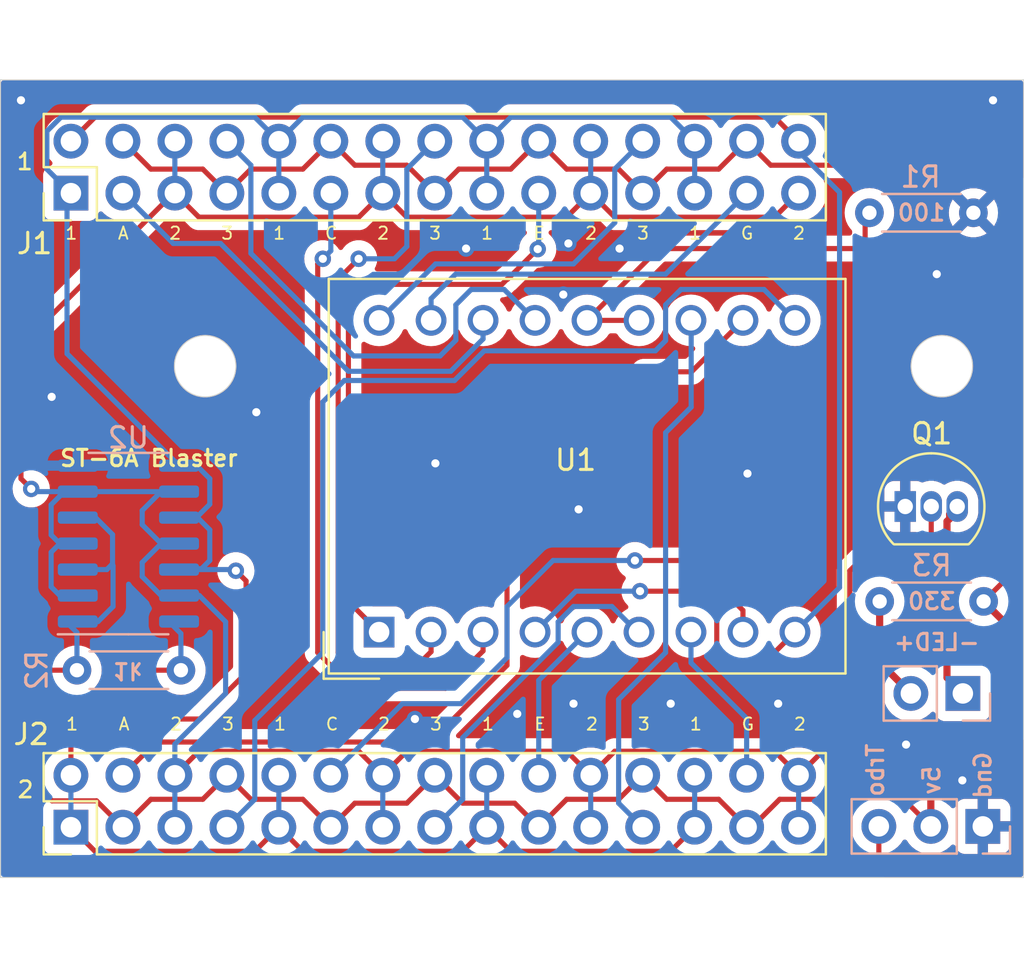
<source format=kicad_pcb>
(kicad_pcb (version 20240108) (generator "pcbnew") (generator_version "8.0")
  (layers (0 "F.Cu" signal) (31 "B.Cu" signal) (34 "B.Paste" user) (35 "F.Paste" user) (36 "B.SilkS" user "B.Silkscreen") (37 "F.SilkS" user "F.Silkscreen") (38 "B.Mask" user) (39 "F.Mask" user) (44 "Edge.Cuts" user))
  (net 0 "")
  (net 1 "1")
  (net 2 "DIG1_A")
  (net 3 "2")
  (net 4 "3")
  (net 5 "DIG1_C")
  (net 6 "DIG1_E")
  (net 7 "DIG1_G")
  (net 8 "DIG1_F")
  (net 9 "DIG1_D")
  (net 10 "DIG1_B")
  (net 11 "DIG2_B")
  (net 12 "DIG2_D")
  (net 13 "DIG2_F")
  (net 14 "DIG2_G")
  (net 15 "DIG2_E")
  (net 16 "DIG2_C")
  (net 17 "DIG2_A")
  (net 18 "DIG1_CC")
  (net 19 "DP")
  (net 20 "Turbo")
  (net 21 "GND")
  (net 22 "Net-(J4-Pin_2)")
  (net 23 "Net-(J4-Pin_1)")
  (footprint "Connector_PinHeader_2.54mm:PinHeader_2x15_P2.54mm_Vertical" (layer "F.Cu") (at 103.44 76.54 90)
    (property "Reference" "J2" (at 4.54 -1.94 0) (layer "F.SilkS"))
    (property "Value" "Conn_02x15 DigitRHS")
    (pad "1" thru_hole rect (at 0 0 90) (size 1.7 1.7) (drill 1) (layers "*.Cu" "*.Mask") (net 1 "1"))
    (pad "2" thru_hole oval (at 2.54 0 90) (size 1.7 1.7) (drill 1) (layers "*.Cu" "*.Mask") (net 1 "1"))
    (pad "3" thru_hole oval (at 0 2.54 90) (size 1.7 1.7) (drill 1) (layers "*.Cu" "*.Mask") (net 4 "3"))
    (pad "4" thru_hole oval (at 2.54 2.54 90) (size 1.7 1.7) (drill 1) (layers "*.Cu" "*.Mask") (net 17 "DIG2_A"))
    (pad "5" thru_hole oval (at 0 5.08 90) (size 1.7 1.7) (drill 1) (layers "*.Cu" "*.Mask") (net 3 "2"))
    (pad "6" thru_hole oval (at 2.54 5.08 90) (size 1.7 1.7) (drill 1) (layers "*.Cu" "*.Mask") (net 3 "2"))
    (pad "7" thru_hole oval (at 0 7.62 90) (size 1.7 1.7) (drill 1) (layers "*.Cu" "*.Mask") (net 11 "DIG2_B"))
    (pad "8" thru_hole oval (at 2.54 7.62 90) (size 1.7 1.7) (drill 1) (layers "*.Cu" "*.Mask") (net 4 "3"))
    (pad "9" thru_hole oval (at 0 10.16 90) (size 1.7 1.7) (drill 1) (layers "*.Cu" "*.Mask") (net 1 "1"))
    (pad "10" thru_hole oval (at 2.54 10.16 90) (size 1.7 1.7) (drill 1) (layers "*.Cu" "*.Mask") (net 1 "1"))
    (pad "11" thru_hole oval (at 0 12.7 90) (size 1.7 1.7) (drill 1) (layers "*.Cu" "*.Mask") (net 4 "3"))
    (pad "12" thru_hole oval (at 2.54 12.7 90) (size 1.7 1.7) (drill 1) (layers "*.Cu" "*.Mask") (net 16 "DIG2_C"))
    (pad "13" thru_hole oval (at 0 15.24 90) (size 1.7 1.7) (drill 1) (layers "*.Cu" "*.Mask") (net 3 "2"))
    (pad "14" thru_hole oval (at 2.54 15.24 90) (size 1.7 1.7) (drill 1) (layers "*.Cu" "*.Mask") (net 3 "2"))
    (pad "15" thru_hole oval (at 0 17.78 90) (size 1.7 1.7) (drill 1) (layers "*.Cu" "*.Mask") (net 12 "DIG2_D"))
    (pad "16" thru_hole oval (at 2.54 17.78 90) (size 1.7 1.7) (drill 1) (layers "*.Cu" "*.Mask") (net 4 "3"))
    (pad "17" thru_hole oval (at 0 20.32 90) (size 1.7 1.7) (drill 1) (layers "*.Cu" "*.Mask") (net 1 "1"))
    (pad "18" thru_hole oval (at 2.54 20.32 90) (size 1.7 1.7) (drill 1) (layers "*.Cu" "*.Mask") (net 1 "1"))
    (pad "19" thru_hole oval (at 0 22.86 90) (size 1.7 1.7) (drill 1) (layers "*.Cu" "*.Mask") (net 4 "3"))
    (pad "20" thru_hole oval (at 2.54 22.86 90) (size 1.7 1.7) (drill 1) (layers "*.Cu" "*.Mask") (net 15 "DIG2_E"))
    (pad "21" thru_hole oval (at 0 25.4 90) (size 1.7 1.7) (drill 1) (layers "*.Cu" "*.Mask") (net 3 "2"))
    (pad "22" thru_hole oval (at 2.54 25.4 90) (size 1.7 1.7) (drill 1) (layers "*.Cu" "*.Mask") (net 3 "2"))
    (pad "23" thru_hole oval (at 0 27.94 90) (size 1.7 1.7) (drill 1) (layers "*.Cu" "*.Mask") (net 13 "DIG2_F"))
    (pad "24" thru_hole oval (at 2.54 27.94 90) (size 1.7 1.7) (drill 1) (layers "*.Cu" "*.Mask") (net 4 "3"))
    (pad "25" thru_hole oval (at 0 30.48 90) (size 1.7 1.7) (drill 1) (layers "*.Cu" "*.Mask") (net 1 "1"))
    (pad "26" thru_hole oval (at 2.54 30.48 90) (size 1.7 1.7) (drill 1) (layers "*.Cu" "*.Mask") (net 1 "1"))
    (pad "27" thru_hole oval (at 0 33.02 90) (size 1.7 1.7) (drill 1) (layers "*.Cu" "*.Mask") (net 4 "3"))
    (pad "28" thru_hole oval (at 2.54 33.02 90) (size 1.7 1.7) (drill 1) (layers "*.Cu" "*.Mask") (net 14 "DIG2_G"))
    (pad "29" thru_hole oval (at 0 35.56 90) (size 1.7 1.7) (drill 1) (layers "*.Cu" "*.Mask") (net 3 "2"))
    (pad "30" thru_hole oval (at 2.54 35.56 90) (size 1.7 1.7) (drill 1) (layers "*.Cu" "*.Mask") (net 3 "2"))
  )
  (footprint "Connector_PinHeader_2.54mm:PinHeader_2x15_P2.54mm_Vertical" (layer "F.Cu") (at 103.44 45.54 90)
    (property "Reference" "J1" (at -2.46 -1.775868 180) (layer "F.SilkS"))
    (property "Value" "Conn_02x15 DigitLHS")
    (pad "1" thru_hole rect (at 0 0 90) (size 1.7 1.7) (drill 1) (layers "*.Cu" "*.Mask") (net 1 "1"))
    (pad "2" thru_hole oval (at 2.54 0 90) (size 1.7 1.7) (drill 1) (layers "*.Cu" "*.Mask") (net 19 "DP"))
    (pad "3" thru_hole oval (at 0 2.54 90) (size 1.7 1.7) (drill 1) (layers "*.Cu" "*.Mask") (net 2 "DIG1_A"))
    (pad "4" thru_hole oval (at 2.54 2.54 90) (size 1.7 1.7) (drill 1) (layers "*.Cu" "*.Mask") (net 4 "3"))
    (pad "5" thru_hole oval (at 0 5.08 90) (size 1.7 1.7) (drill 1) (layers "*.Cu" "*.Mask") (net 3 "2"))
    (pad "6" thru_hole oval (at 2.54 5.08 90) (size 1.7 1.7) (drill 1) (layers "*.Cu" "*.Mask") (net 3 "2"))
    (pad "7" thru_hole oval (at 0 7.62 90) (size 1.7 1.7) (drill 1) (layers "*.Cu" "*.Mask") (net 4 "3"))
    (pad "8" thru_hole oval (at 2.54 7.62 90) (size 1.7 1.7) (drill 1) (layers "*.Cu" "*.Mask") (net 10 "DIG1_B"))
    (pad "9" thru_hole oval (at 0 10.16 90) (size 1.7 1.7) (drill 1) (layers "*.Cu" "*.Mask") (net 1 "1"))
    (pad "10" thru_hole oval (at 2.54 10.16 90) (size 1.7 1.7) (drill 1) (layers "*.Cu" "*.Mask") (net 1 "1"))
    (pad "11" thru_hole oval (at 0 12.7 90) (size 1.7 1.7) (drill 1) (layers "*.Cu" "*.Mask") (net 5 "DIG1_C"))
    (pad "12" thru_hole oval (at 2.54 12.7 90) (size 1.7 1.7) (drill 1) (layers "*.Cu" "*.Mask") (net 4 "3"))
    (pad "13" thru_hole oval (at 0 15.24 90) (size 1.7 1.7) (drill 1) (layers "*.Cu" "*.Mask") (net 3 "2"))
    (pad "14" thru_hole oval (at 2.54 15.24 90) (size 1.7 1.7) (drill 1) (layers "*.Cu" "*.Mask") (net 3 "2"))
    (pad "15" thru_hole oval (at 0 17.78 90) (size 1.7 1.7) (drill 1) (layers "*.Cu" "*.Mask") (net 4 "3"))
    (pad "16" thru_hole oval (at 2.54 17.78 90) (size 1.7 1.7) (drill 1) (layers "*.Cu" "*.Mask") (net 9 "DIG1_D"))
    (pad "17" thru_hole oval (at 0 20.32 90) (size 1.7 1.7) (drill 1) (layers "*.Cu" "*.Mask") (net 1 "1"))
    (pad "18" thru_hole oval (at 2.54 20.32 90) (size 1.7 1.7) (drill 1) (layers "*.Cu" "*.Mask") (net 1 "1"))
    (pad "19" thru_hole oval (at 0 22.86 90) (size 1.7 1.7) (drill 1) (layers "*.Cu" "*.Mask") (net 6 "DIG1_E"))
    (pad "20" thru_hole oval (at 2.54 22.86 90) (size 1.7 1.7) (drill 1) (layers "*.Cu" "*.Mask") (net 4 "3"))
    (pad "21" thru_hole oval (at 0 25.4 90) (size 1.7 1.7) (drill 1) (layers "*.Cu" "*.Mask") (net 3 "2"))
    (pad "22" thru_hole oval (at 2.54 25.4 90) (size 1.7 1.7) (drill 1) (layers "*.Cu" "*.Mask") (net 3 "2"))
    (pad "23" thru_hole oval (at 0 27.94 90) (size 1.7 1.7) (drill 1) (layers "*.Cu" "*.Mask") (net 4 "3"))
    (pad "24" thru_hole oval (at 2.54 27.94 90) (size 1.7 1.7) (drill 1) (layers "*.Cu" "*.Mask") (net 8 "DIG1_F"))
    (pad "25" thru_hole oval (at 0 30.48 90) (size 1.7 1.7) (drill 1) (layers "*.Cu" "*.Mask") (net 1 "1"))
    (pad "26" thru_hole oval (at 2.54 30.48 90) (size 1.7 1.7) (drill 1) (layers "*.Cu" "*.Mask") (net 1 "1"))
    (pad "27" thru_hole oval (at 0 33.02 90) (size 1.7 1.7) (drill 1) (layers "*.Cu" "*.Mask") (net 7 "DIG1_G"))
    (pad "28" thru_hole oval (at 2.54 33.02 90) (size 1.7 1.7) (drill 1) (layers "*.Cu" "*.Mask") (net 4 "3"))
    (pad "29" thru_hole oval (at 0 35.56 90) (size 1.7 1.7) (drill 1) (layers "*.Cu" "*.Mask") (net 3 "2"))
    (pad "30" thru_hole oval (at 2.54 35.56 90) (size 1.7 1.7) (drill 1) (layers "*.Cu" "*.Mask") (net 19 "DP"))
  )
  (footprint "Display_7Segment:DA56-11CGKWA" (layer "F.Cu") (at 118.5 67 90)
    (property "Reference" "U1" (at 8.4074 9.6012 0) (layer "F.SilkS"))
    (property "Value" "DC56-11GWA")
    (pad "1" thru_hole rect (at 0 0 90) (size 1.5 1.5) (drill 1) (layers "*.Cu" "*.Mask") (net 6 "DIG1_E"))
    (pad "2" thru_hole circle (at 0 2.54 90) (size 1.5 1.5) (drill 1) (layers "*.Cu" "*.Mask") (net 9 "DIG1_D"))
    (pad "3" thru_hole circle (at 0 5.08 90) (size 1.5 1.5) (drill 1) (layers "*.Cu" "*.Mask") (net 5 "DIG1_C"))
    (pad "4" thru_hole circle (at 0 7.62 90) (size 1.5 1.5) (drill 1) (layers "*.Cu" "*.Mask") (net 19 "DP"))
    (pad "5" thru_hole circle (at 0 10.16 90) (size 1.5 1.5) (drill 1) (layers "*.Cu" "*.Mask") (net 15 "DIG2_E"))
    (pad "6" thru_hole circle (at 0 12.7 90) (size 1.5 1.5) (drill 1) (layers "*.Cu" "*.Mask") (net 12 "DIG2_D"))
    (pad "7" thru_hole circle (at 0 15.24 90) (size 1.5 1.5) (drill 1) (layers "*.Cu" "*.Mask") (net 14 "DIG2_G"))
    (pad "8" thru_hole circle (at 0 17.78 90) (size 1.5 1.5) (drill 1) (layers "*.Cu" "*.Mask") (net 16 "DIG2_C"))
    (pad "9" thru_hole circle (at 0 20.32 90) (size 1.5 1.5) (drill 1) (layers "*.Cu" "*.Mask") (net 19 "DP"))
    (pad "10" thru_hole circle (at 15.24 20.32 90) (size 1.5 1.5) (drill 1) (layers "*.Cu" "*.Mask") (net 11 "DIG2_B"))
    (pad "11" thru_hole circle (at 15.24 17.78 90) (size 1.5 1.5) (drill 1) (layers "*.Cu" "*.Mask") (net 17 "DIG2_A"))
    (pad "12" thru_hole circle (at 15.24 15.24 90) (size 1.5 1.5) (drill 1) (layers "*.Cu" "*.Mask") (net 13 "DIG2_F"))
    (pad "13" thru_hole circle (at 15.24 12.7 90) (size 1.5 1.5) (drill 1) (layers "*.Cu" "*.Mask") (net 18 "DIG1_CC"))
    (pad "14" thru_hole circle (at 15.24 10.16 90) (size 1.5 1.5) (drill 1) (layers "*.Cu" "*.Mask") (net 18 "DIG1_CC"))
    (pad "15" thru_hole circle (at 15.24 7.62 90) (size 1.5 1.5) (drill 1) (layers "*.Cu" "*.Mask") (net 10 "DIG1_B"))
    (pad "16" thru_hole circle (at 15.24 5.08 90) (size 1.5 1.5) (drill 1) (layers "*.Cu" "*.Mask") (net 2 "DIG1_A"))
    (pad "17" thru_hole circle (at 15.24 2.54 90) (size 1.5 1.5) (drill 1) (layers "*.Cu" "*.Mask") (net 7 "DIG1_G"))
    (pad "18" thru_hole circle (at 15.24 0 90) (size 1.5 1.5) (drill 1) (layers "*.Cu" "*.Mask") (net 8 "DIG1_F"))
  )
  (footprint "Package_TO_SOT_THT:TO-92_Inline" (layer "F.Cu") (at 144.21 60.86)
    (property "Reference" "Q1" (at 1.29 -3.56 0) (layer "F.SilkS"))
    (property "Value" "2N7000")
    (pad "1" thru_hole rect (at 0 0) (size 1.05 1.5) (drill 0.75) (layers "*.Cu" "*.Mask") (net 21 "GND"))
    (pad "2" thru_hole oval (at 1.27 0) (size 1.05 1.5) (drill 0.75) (layers "*.Cu" "*.Mask") (net 3 "2"))
    (pad "3" thru_hole oval (at 2.54 0) (size 1.05 1.5) (drill 0.75) (layers "*.Cu" "*.Mask") (net 23 "Net-(J4-Pin_1)"))
  )
  (footprint "Resistor_THT:R_Axial_DIN0204_L3.6mm_D1.6mm_P5.08mm_Horizontal" (layer "B.Cu") (at 147.54 46.5 180)
    (property "Reference" "R1" (at 2.58 1.75 0) (layer "B.SilkS") (effects (justify mirror)))
    (property "Value" "100")
    (pad "1" thru_hole circle (at 0 0 180) (size 1.4 1.4) (drill 0.7) (layers "*.Cu" "*.Mask") (net 21 "GND"))
    (pad "2" thru_hole oval (at 5.08 0 180) (size 1.4 1.4) (drill 0.7) (layers "*.Cu" "*.Mask") (net 18 "DIG1_CC"))
  )
  (footprint "Connector_PinHeader_2.54mm:PinHeader_1x03_P2.54mm_Vertical" (layer "B.Cu") (at 148 76.5 90)
    (property "Reference" "J3" (hide yes))
    (property "Value" "Conn_01x03_Pin")
    (pad "1" thru_hole rect (at 0 0 90) (size 1.7 1.7) (drill 1) (layers "*.Cu" "*.Mask") (net 21 "GND"))
    (pad "2" thru_hole oval (at 0 -2.54 90) (size 1.7 1.7) (drill 1) (layers "*.Cu" "*.Mask") (net 4 "3"))
    (pad "3" thru_hole oval (at 0 -5.08 90) (size 1.7 1.7) (drill 1) (layers "*.Cu" "*.Mask") (net 20 "Turbo"))
  )
  (footprint "Resistor_THT:R_Axial_DIN0204_L3.6mm_D1.6mm_P5.08mm_Horizontal" (layer "B.Cu") (at 108.815 68.863249 180)
    (property "Reference" "R2" (at 7.04 0 90) (layer "B.SilkS") (effects (justify mirror)))
    (property "Value" "1K")
    (pad "1" thru_hole circle (at 0 0 180) (size 1.4 1.4) (drill 0.7) (layers "*.Cu" "*.Mask") (net 4 "3"))
    (pad "2" thru_hole oval (at 5.08 0 180) (size 1.4 1.4) (drill 0.7) (layers "*.Cu" "*.Mask") (net 20 "Turbo"))
  )
  (footprint "Connector_PinHeader_2.54mm:PinHeader_1x02_P2.54mm_Vertical" (layer "B.Cu") (at 147.025 70 90)
    (property "Reference" "J4" (hide yes))
    (property "Value" "Conn_01x02_Pin")
    (pad "1" thru_hole rect (at 0 0 90) (size 1.7 1.7) (drill 1) (layers "*.Cu" "*.Mask") (net 23 "Net-(J4-Pin_1)"))
    (pad "2" thru_hole oval (at 0 -2.54 90) (size 1.7 1.7) (drill 1) (layers "*.Cu" "*.Mask") (net 22 "Net-(J4-Pin_2)"))
  )
  (footprint "Resistor_THT:R_Axial_DIN0204_L3.6mm_D1.6mm_P5.08mm_Horizontal" (layer "B.Cu") (at 142.96 65.5)
    (property "Reference" "R3" (at 2.54 -1.75 360) (layer "B.SilkS") (effects (justify mirror)))
    (property "Value" "330")
    (pad "1" thru_hole circle (at 0 0) (size 1.4 1.4) (drill 0.7) (layers "*.Cu" "*.Mask") (net 22 "Net-(J4-Pin_2)"))
    (pad "2" thru_hole oval (at 5.08 0) (size 1.4 1.4) (drill 0.7) (layers "*.Cu" "*.Mask") (net 4 "3"))
  )
  (footprint "Package_SO:SOIC-14_3.9x8.7mm_P1.27mm" (layer "B.Cu") (at 106.25 62.673249)
    (property "Reference" "U2" (at 0 -5.173249 0) (layer "B.SilkS") (effects (justify mirror)))
    (property "Value" "74HC04")
    (pad "1" smd roundrect (at -2.475 3.81) (size 1.95 0.6) (layers "B.Cu" "B.Paste" "B.Mask") (net 20 "Turbo"))
    (pad "2" smd roundrect (at -2.475 2.54) (size 1.95 0.6) (layers "B.Cu" "B.Paste" "B.Mask") (net 3 "2"))
    (pad "3" smd roundrect (at -2.475 1.27) (size 1.95 0.6) (layers "B.Cu" "B.Paste" "B.Mask") (net 20 "Turbo"))
    (pad "4" smd roundrect (at -2.475 0) (size 1.95 0.6) (layers "B.Cu" "B.Paste" "B.Mask") (net 3 "2"))
    (pad "5" smd roundrect (at -2.475 -1.27) (size 1.95 0.6) (layers "B.Cu" "B.Paste" "B.Mask") (net 20 "Turbo"))
    (pad "6" smd roundrect (at -2.475 -2.54) (size 1.95 0.6) (layers "B.Cu" "B.Paste" "B.Mask") (net 3 "2"))
    (pad "7" smd roundrect (at -2.475 -3.81) (size 1.95 0.6) (layers "B.Cu" "B.Paste" "B.Mask") (net 21 "GND"))
    (pad "8" smd roundrect (at 2.475 -3.81) (size 1.95 0.6) (layers "B.Cu" "B.Paste" "B.Mask") (net 1 "1"))
    (pad "9" smd roundrect (at 2.475 -2.54) (size 1.95 0.6) (layers "B.Cu" "B.Paste" "B.Mask") (net 3 "2"))
    (pad "10" smd roundrect (at 2.475 -1.27) (size 1.95 0.6) (layers "B.Cu" "B.Paste" "B.Mask") (net 1 "1"))
    (pad "11" smd roundrect (at 2.475 0) (size 1.95 0.6) (layers "B.Cu" "B.Paste" "B.Mask") (net 3 "2"))
    (pad "12" smd roundrect (at 2.475 1.27) (size 1.95 0.6) (layers "B.Cu" "B.Paste" "B.Mask") (net 1 "1"))
    (pad "13" smd roundrect (at 2.475 2.54) (size 1.95 0.6) (layers "B.Cu" "B.Paste" "B.Mask") (net 3 "2"))
    (pad "14" smd roundrect (at 2.475 3.81) (size 1.95 0.6) (layers "B.Cu" "B.Paste" "B.Mask") (net 4 "3"))
  )
  (gr_line (start 100 40) (end 100 79) (stroke (width 0.05)) (layer "Edge.Cuts"))
  (gr_circle (center 146 54) (end 147.5 54) (stroke (width 0.05)) (fill none) (layer "Edge.Cuts"))
  (gr_line (start 150 40) (end 100 40) (stroke (width 0.05)) (layer "Edge.Cuts"))
  (gr_line (start 100 79) (end 150 79) (stroke (width 0.05)) (layer "Edge.Cuts"))
  (gr_circle (center 110 54) (end 111.5 54) (stroke (width 0.05)) (fill none) (layer "Edge.Cuts"))
  (gr_line (start 150 79) (end 150 40) (stroke (width 0.05)) (layer "Edge.Cuts"))
  (gr_text "100" (at 145 46.5 0) (layer "B.SilkS") (effects (font (size 0.8 0.8)) (justify mirror)))
  (gr_text "1k" (at 106.225 68.903249 180) (layer "B.SilkS") (effects (font (size 0.8 0.8)) (justify mirror)))
  (gr_text "330" (at 145.5 65.5 0) (layer "B.SilkS") (effects (font (size 0.8 0.8)) (justify mirror)))
  (gr_text "5v" (at 145.5 74.25 90) (layer "B.SilkS") (effects (font (size 0.8 0.8)) (justify mirror)))
  (gr_text "Gnd" (at 148 74 90) (layer "B.SilkS") (effects (font (size 0.8 0.8)) (justify mirror)))
  (gr_text "Trbo" (at 142.75 73.75 90) (layer "B.SilkS") (effects (font (size 0.8 0.8)) (justify mirror)))
  (gr_text "-LED+" (at 145.75 67.5 0) (layer "B.SilkS") (effects (font (size 0.8 0.8)) (justify mirror)))
  (gr_text "2" (at 108.54 47.5 0) (layer "F.SilkS") (effects (font (size 0.6 0.6) (thickness 0.09))))
  (gr_text "3" (at 111.08 47.5 0) (layer "F.SilkS") (effects (font (size 0.6 0.6) (thickness 0.09))))
  (gr_text "1" (at 113.62 47.5 0) (layer "F.SilkS") (effects (font (size 0.6 0.6) (thickness 0.09))))
  (gr_text "1" (at 103.46 47.5 0) (layer "F.SilkS") (effects (font (size 0.6 0.6) (thickness 0.09))))
  (gr_text "3" (at 121.28 71.5 0) (layer "F.SilkS") (effects (font (size 0.6 0.6) (thickness 0.09))))
  (gr_text "2" (at 108.58 71.5 0) (layer "F.SilkS") (effects (font (size 0.6 0.6) (thickness 0.09))))
  (gr_text "2" (at 118.74 71.5 0) (layer "F.SilkS") (effects (font (size 0.6 0.6) (thickness 0.09))))
  (gr_text "1" (at 113.66 71.5 0) (layer "F.SilkS") (effects (font (size 0.6 0.6) (thickness 0.09))))
  (gr_text "C" (at 116.2 71.5 0) (layer "F.SilkS") (effects (font (size 0.6 0.6) (thickness 0.09))))
  (gr_text "1" (at 103.5 71.5 0) (layer "F.SilkS") (effects (font (size 0.6 0.6) (thickness 0.09))))
  (gr_text "2" (at 128.9 71.5 0) (layer "F.SilkS") (effects (font (size 0.6 0.6) (thickness 0.09))))
  (gr_text "3" (at 131.44 71.5 0) (layer "F.SilkS") (effects (font (size 0.6 0.6) (thickness 0.09))))
  (gr_text "G" (at 136.52 71.5 0) (layer "F.SilkS") (effects (font (size 0.6 0.6) (thickness 0.09))))
  (gr_text "2" (at 139.06 71.5 0) (layer "F.SilkS") (effects (font (size 0.6 0.6) (thickness 0.09))))
  (gr_text "A" (at 106.04 71.5 0) (layer "F.SilkS") (effects (font (size 0.6 0.6) (thickness 0.09))))
  (gr_text "1" (at 133.98 71.5 0) (layer "F.SilkS") (effects (font (size 0.6 0.6) (thickness 0.09))))
  (gr_text "1" (at 123.82 71.5 0) (layer "F.SilkS") (effects (font (size 0.6 0.6) (thickness 0.09))))
  (gr_text "E" (at 126.36 71.5 0) (layer "F.SilkS") (effects (font (size 0.6 0.6) (thickness 0.09))))
  (gr_text "3" (at 111.12 71.5 0) (layer "F.SilkS") (effects (font (size 0.6 0.6) (thickness 0.09))))
  (gr_text "\n2" (at 101.223417 74.057754 0) (layer "F.SilkS") (effects (font (size 0.8 0.8) (thickness 0.13))))
  (gr_text "C" (at 116.16 47.5 0) (layer "F.SilkS") (effects (font (size 0.6 0.6) (thickness 0.09))))
  (gr_text "2" (at 139.02 47.5 0) (layer "F.SilkS") (effects (font (size 0.6 0.6) (thickness 0.09))))
  (gr_text "1" (at 123.78 47.5 0) (layer "F.SilkS") (effects (font (size 0.6 0.6) (thickness 0.09))))
  (gr_text "E" (at 126.32 47.5 0) (layer "F.SilkS") (effects (font (size 0.6 0.6) (thickness 0.09))))
  (gr_text "2" (at 128.86 47.5 0) (layer "F.SilkS") (effects (font (size 0.6 0.6) (thickness 0.09))))
  (gr_text "1" (at 101.1883 44 0) (layer "F.SilkS") (effects (font (size 0.8 0.8) (thickness 0.13))))
  (gr_text "2" (at 118.7 47.5 0) (layer "F.SilkS") (effects (font (size 0.6 0.6) (thickness 0.09))))
  (gr_text "1" (at 133.94 47.5 0) (layer "F.SilkS") (effects (font (size 0.6 0.6) (thickness 0.09))))
  (gr_text "A" (at 106 47.5 0) (layer "F.SilkS") (effects (font (size 0.6 0.6) (thickness 0.09))))
  (gr_text "3" (at 121.24 47.5 0) (layer "F.SilkS") (effects (font (size 0.6 0.6) (thickness 0.09))))
  (gr_text "G" (at 136.48 47.5 0) (layer "F.SilkS") (effects (font (size 0.6 0.6) (thickness 0.09))))
  (gr_text "3" (at 131.4 47.5 0) (layer "F.SilkS") (effects (font (size 0.6 0.6) (thickness 0.09))))
  (gr_text "ST-6A Blaster" (at 107.25 58.5 0) (layer "F.SilkS") (effects (font (size 0.8 0.8))))
  (segment (start 104 71.25) (end 103.44 71.81) (width 0.25) (layer "F.Cu") (net 1))
  (segment (start 112 69) (end 109.75 71.25) (width 0.25) (layer "F.Cu") (net 1))
  (segment (start 112 64.5) (end 112 69) (width 0.25) (layer "F.Cu") (net 1))
  (segment (start 113.6 76.54) (end 114.775 77.715) (width 0.25) (layer "F.Cu") (net 1))
  (segment (start 103.44 71.81) (end 103.44 74) (width 0.25) (layer "F.Cu") (net 1))
  (segment (start 109.75 71.25) (end 104 71.25) (width 0.25) (layer "F.Cu") (net 1))
  (segment (start 111.5 64) (end 112 64.5) (width 0.25) (layer "F.Cu") (net 1))
  (segment (start 103.44 76.54) (end 104.615 77.715) (width 0.25) (layer "F.Cu") (net 1))
  (segment (start 123.76 76.54) (end 124.935 77.715) (width 0.25) (layer "F.Cu") (net 1))
  (segment (start 104.615 77.715) (end 112.425 77.715) (width 0.25) (layer "F.Cu") (net 1))
  (segment (start 122.585 77.715) (end 123.76 76.54) (width 0.25) (layer "F.Cu") (net 1))
  (segment (start 114.775 77.715) (end 122.585 77.715) (width 0.25) (layer "F.Cu") (net 1))
  (segment (start 124.935 77.715) (end 132.745 77.715) (width 0.25) (layer "F.Cu") (net 1))
  (segment (start 132.745 77.715) (end 133.92 76.54) (width 0.25) (layer "F.Cu") (net 1))
  (segment (start 112.425 77.715) (end 113.6 76.54) (width 0.25) (layer "F.Cu") (net 1))
  (via (at 111.5 64) (size 0.8) (drill 0.4) (layers "F.Cu" "B.Cu") (net 1))
  (segment (start 111.443249 63.943249) (end 109.101751 63.943249) (width 0.25) (layer "B.Cu") (net 1))
  (segment (start 110.225 63.5) (end 110.225 62) (width 0.25) (layer "B.Cu") (net 1))
  (segment (start 110.225 60.75) (end 110.225 59.5) (width 0.25) (layer "B.Cu") (net 1))
  (segment (start 102.953299 41.825) (end 102.265 42.513299) (width 0.25) (layer "B.Cu") (net 1))
  (segment (start 110.225 62) (end 109.628249 61.403249) (width 0.25) (layer "B.Cu") (net 1))
  (segment (start 103.25 45.73) (end 103.25 53.388249) (width 0.25) (layer "B.Cu") (net 1))
  (segment (start 122.585 41.825) (end 114.775 41.825) (width 0.25) (layer "B.Cu") (net 1))
  (segment (start 111.5 64) (end 111.443249 63.943249) (width 0.25) (layer "B.Cu") (net 1))
  (segment (start 103.44 76.54) (end 103.44 74) (width 0.25) (layer "B.Cu") (net 1))
  (segment (start 133.92 76.54) (end 133.92 74) (width 0.25) (layer "B.Cu") (net 1))
  (segment (start 124.935 41.825) (end 123.76 43) (width 0.25) (layer "B.Cu") (net 1))
  (segment (start 108.815 61.403249) (end 108.225 61.403249) (width 0.25) (layer "B.Cu") (net 1))
  (segment (start 133.92 43) (end 133.92 45.54) (width 0.25) (layer "B.Cu") (net 1))
  (segment (start 109.571751 61.403249) (end 110.225 60.75) (width 0.25) (layer "B.Cu") (net 1))
  (segment (start 113.6 43) (end 112.425 41.825) (width 0.25) (layer "B.Cu") (net 1))
  (segment (start 108.725 61.403249) (end 109.571751 61.403249) (width 0.25) (layer "B.Cu") (net 1))
  (segment (start 112.425 41.825) (end 102.953299 41.825) (width 0.25) (layer "B.Cu") (net 1))
  (segment (start 113.6 76.54) (end 113.6 74) (width 0.25) (layer "B.Cu") (net 1))
  (segment (start 108.975 63.903249) (end 109.821751 63.903249) (width 0.25) (layer "B.Cu") (net 1))
  (segment (start 109.821751 63.903249) (end 110.225 63.5) (width 0.25) (layer "B.Cu") (net 1))
  (segment (start 113.6 43) (end 113.6 45.54) (width 0.25) (layer "B.Cu") (net 1))
  (segment (start 114.775 41.825) (end 113.6 43) (width 0.25) (layer "B.Cu") (net 1))
  (segment (start 123.76 76.54) (end 123.76 74) (width 0.25) (layer "B.Cu") (net 1))
  (segment (start 109.628249 61.403249) (end 108.725 61.403249) (width 0.25) (layer "B.Cu") (net 1))
  (segment (start 102.265 44.365) (end 103.44 45.54) (width 0.25) (layer "B.Cu") (net 1))
  (segment (start 103.44 45.54) (end 103.25 45.73) (width 0.25) (layer "B.Cu") (net 1))
  (segment (start 102.265 42.513299) (end 102.265 44.365) (width 0.25) (layer "B.Cu") (net 1))
  (segment (start 110.225 59.5) (end 109.588249 58.863249) (width 0.25) (layer "B.Cu") (net 1))
  (segment (start 132.745 41.825) (end 124.935 41.825) (width 0.25) (layer "B.Cu") (net 1))
  (segment (start 123.76 43) (end 123.76 45.54) (width 0.25) (layer "B.Cu") (net 1))
  (segment (start 123.76 43) (end 122.585 41.825) (width 0.25) (layer "B.Cu") (net 1))
  (segment (start 108.225 61.403249) (end 108.601751 61.403249) (width 0.25) (layer "B.Cu") (net 1))
  (segment (start 103.25 53.388249) (end 108.725 58.863249) (width 0.25) (layer "B.Cu") (net 1))
  (segment (start 109.588249 58.863249) (end 108.725 58.863249) (width 0.25) (layer "B.Cu") (net 1))
  (segment (start 133.92 43) (end 132.745 41.825) (width 0.25) (layer "B.Cu") (net 1))
  (segment (start 110.75 48) (end 117 54.25) (width 0.25) (layer "B.Cu") (net 2))
  (segment (start 122 54.25) (end 123.58 52.67) (width 0.25) (layer "B.Cu") (net 2))
  (segment (start 117 54.25) (end 122 54.25) (width 0.25) (layer "B.Cu") (net 2))
  (segment (start 123.58 52.67) (end 123.58 51.76) (width 0.25) (layer "B.Cu") (net 2))
  (segment (start 108.44 48) (end 110.75 48) (width 0.25) (layer "B.Cu") (net 2))
  (segment (start 105.98 45.54) (end 108.44 48) (width 0.25) (layer "B.Cu") (net 2))
  (segment (start 117.505 46.715) (end 109.695 46.715) (width 0.25) (layer "F.Cu") (net 3))
  (segment (start 130.015 46.715) (end 128.84 45.54) (width 0.25) (layer "F.Cu") (net 3))
  (segment (start 119.855 72.825) (end 118.68 74) (width 0.25) (layer "F.Cu") (net 3))
  (segment (start 127.665 46.715) (end 119.855 46.715) (width 0.25) (layer "F.Cu") (net 3))
  (segment (start 127.665 72.825) (end 119.855 72.825) (width 0.25) (layer "F.Cu") (net 3))
  (segment (start 137.825 72.825) (end 130.015 72.825) (width 0.25) (layer "F.Cu") (net 3))
  (segment (start 101 59.5) (end 101 53) (width 0.25) (layer "F.Cu") (net 3))
  (segment (start 141.5 64) (end 142 63.5) (width 0.25) (layer "F.Cu") (net 3))
  (segment (start 139 74) (end 137.825 72.825) (width 0.25) (layer "F.Cu") (net 3))
  (segment (start 118.68 45.54) (end 117.505 46.715) (width 0.25) (layer "F.Cu") (net 3))
  (segment (start 109.695 46.715) (end 108.52 45.54) (width 0.25) (layer "F.Cu") (net 3))
  (segment (start 130.015 72.825) (end 128.84 74) (width 0.25) (layer "F.Cu") (net 3))
  (segment (start 108.46 45.54) (end 108.52 45.54) (width 0.25) (layer "F.Cu") (net 3))
  (segment (start 142 63.5) (end 144.75 63.5) (width 0.25) (layer "F.Cu") (net 3))
  (segment (start 128.84 45.54) (end 127.665 46.715) (width 0.25) (layer "F.Cu") (net 3))
  (segment (start 139 45.54) (end 137.825 46.715) (width 0.25) (layer "F.Cu") (net 3))
  (segment (start 137.825 46.715) (end 130.015 46.715) (width 0.25) (layer "F.Cu") (net 3))
  (segment (start 109.695 72.825) (end 108.52 74) (width 0.25) (layer "F.Cu") (net 3))
  (segment (start 119.855 46.715) (end 118.68 45.54) (width 0.25) (layer "F.Cu") (net 3))
  (segment (start 145.48 62.77) (end 145.48 60.86) (width 0.25) (layer "F.Cu") (net 3))
  (segment (start 144.75 63.5) (end 145.48 62.77) (width 0.25) (layer "F.Cu") (net 3))
  (segment (start 118.68 74) (end 117.505 72.825) (width 0.25) (layer "F.Cu") (net 3))
  (segment (start 128.84 74) (end 127.665 72.825) (width 0.25) (layer "F.Cu") (net 3))
  (segment (start 141.5 71.5) (end 141.5 64) (width 0.25) (layer "F.Cu") (net 3))
  (segment (start 139 74) (end 141.5 71.5) (width 0.25) (layer "F.Cu") (net 3))
  (segment (start 117.505 72.825) (end 109.695 72.825) (width 0.25) (layer "F.Cu") (net 3))
  (segment (start 101.5 60) (end 101 59.5) (width 0.25) (layer "F.Cu") (net 3))
  (segment (start 101 53) (end 108.46 45.54) (width 0.25) (layer "F.Cu") (net 3))
  (via (at 101.5 60) (size 0.8) (drill 0.4) (layers "F.Cu" "B.Cu") (net 3))
  (segment (start 108.52 74) (end 108.52 72.48) (width 0.25) (layer "B.Cu") (net 3))
  (segment (start 111 70) (end 111 66.5) (width 0.25) (layer "B.Cu") (net 3))
  (segment (start 106.925 64.29) (end 106.925 63.596498) (width 0.25) (layer "B.Cu") (net 3))
  (segment (start 103.775 60.133249) (end 103.116751 60.133249) (width 0.25) (layer "B.Cu") (net 3))
  (segment (start 103.275 65.213249) (end 102.898249 65.213249) (width 0.25) (layer "B.Cu") (net 3))
  (segment (start 103.775 60.133249) (end 108.725 60.133249) (width 0.25) (layer "B.Cu") (net 3))
  (segment (start 108.52 45.54) (end 108.52 43) (width 0.25) (layer "B.Cu") (net 3))
  (segment (start 101.633249 60.133249) (end 101.5 60) (width 0.25) (layer "B.Cu") (net 3))
  (segment (start 107.885 65.25) (end 106.925 64.29) (width 0.25) (layer "B.Cu") (net 3))
  (segment (start 118.68 74) (end 118.68 76.54) (width 0.25) (layer "B.Cu") (net 3))
  (segment (start 139 74) (end 139 76.54) (width 0.25) (layer "B.Cu") (net 3))
  (segment (start 108.52 72.48) (end 111 70) (width 0.25) (layer "B.Cu") (net 3))
  (segment (start 128.84 45.54) (end 128.84 43) (width 0.25) (layer "B.Cu") (net 3))
  (segment (start 103.275 62.673249) (end 102.898249 62.673249) (width 0.25) (layer "B.Cu") (net 3))
  (segment (start 106.925 61.75) (end 107.848249 62.673249) (width 0.25) (layer "B.Cu") (net 3))
  (segment (start 102.475 64.79) (end 102.475 63.096498) (width 0.25) (layer "B.Cu") (net 3))
  (segment (start 109.713249 65.213249) (end 108.725 65.213249) (width 0.25) (layer "B.Cu") (net 3))
  (segment (start 106.925 61.056498) (end 106.925 61.75) (width 0.25) (layer "B.Cu") (net 3))
  (segment (start 102.898249 65.213249) (end 102.475 64.79) (width 0.25) (layer "B.Cu") (net 3))
  (segment (start 102.475 63.096498) (end 102.898249 62.673249) (width 0.25) (layer "B.Cu") (net 3))
  (segment (start 102.475 60.775) (end 102.475 62.25) (width 0.25) (layer "B.Cu") (net 3))
  (segment (start 106.925 63.596498) (end 107.848249 62.673249) (width 0.25) (layer "B.Cu") (net 3))
  (segment (start 108.225 62.673249) (end 107.848249 62.673249) (width 0.25) (layer "B.Cu") (net 3))
  (segment (start 107.848249 60.133249) (end 106.925 61.056498) (width 0.25) (layer "B.Cu") (net 3))
  (segment (start 111 66.5) (end 109.713249 65.213249) (width 0.25) (layer "B.Cu") (net 3))
  (segment (start 102.475 62.25) (end 102.898249 62.673249) (width 0.25) (layer "B.Cu") (net 3))
  (segment (start 108.52 74) (end 108.52 76.54) (width 0.25) (layer "B.Cu") (net 3))
  (segment (start 103.116751 60.133249) (end 102.475 60.775) (width 0.25) (layer "B.Cu") (net 3))
  (segment (start 118.68 45.54) (end 118.68 43) (width 0.25) (layer "B.Cu") (net 3))
  (segment (start 103.775 60.133249) (end 101.633249 60.133249) (width 0.25) (layer "B.Cu") (net 3))
  (segment (start 128.84 74) (end 128.84 76.54) (width 0.25) (layer "B.Cu") (net 3))
  (segment (start 145.46 73.79) (end 146.25 73) (width 0.35) (layer "F.Cu") (net 4))
  (segment (start 114.775 44.365) (end 112.235 44.365) (width 0.25) (layer "F.Cu") (net 4))
  (segment (start 148 73) (end 149.25 71.75) (width 0.35) (layer "F.Cu") (net 4))
  (segment (start 145.46 76.5) (end 145.46 73.79) (width 0.35) (layer "F.Cu") (net 4))
  (segment (start 114.775 75.175) (end 112.235 75.175) (width 0.25) (layer "F.Cu") (net 4))
  (segment (start 135.095 75.175) (end 132.555 75.175) (width 0.25) (layer "F.Cu") (net 4))
  (segment (start 124.935 44.365) (end 126.3 43) (width 0.25) (layer "F.Cu") (net 4))
  (segment (start 105.98 43) (end 107.345 44.365) (width 0.25) (layer "F.Cu") (net 4))
  (segment (start 149.25 71.75) (end 149.25 66.71) (width 0.35) (layer "F.Cu") (net 4))
  (segment (start 122.395 44.365) (end 121.22 45.54) (width 0.25) (layer "F.Cu") (net 4))
  (segment (start 135.095 44.365) (end 136.46 43) (width 0.25) (layer "F.Cu") (net 4))
  (segment (start 136.71 76.54) (end 136.46 76.54) (width 0.25) (layer "F.Cu") (net 4))
  (segment (start 132.555 44.365) (end 131.38 45.54) (width 0.25) (layer "F.Cu") (net 4))
  (segment (start 116.14 76.54) (end 114.775 75.175) (width 0.25) (layer "F.Cu") (net 4))
  (segment (start 117.315 75.365) (end 116.14 76.54) (width 0.25) (layer "F.Cu") (net 4))
  (segment (start 138.075 75.175) (end 136.71 76.54) (width 0.25) (layer "F.Cu") (net 4))
  (segment (start 101.75 71) (end 102.25 70.5) (width 0.25) (layer "F.Cu") (net 4))
  (segment (start 107.345 75.175) (end 105.98 76.54) (width 0.25) (layer "F.Cu") (net 4))
  (segment (start 145.46 76.5) (end 144.135 75.175) (width 0.25) (layer "F.Cu") (net 4))
  (segment (start 104.69 75.25) (end 102.51415 75.25) (width 0.25) (layer "F.Cu") (net 4))
  (segment (start 112.235 44.365) (end 111.06 45.54) (width 0.25) (layer "F.Cu") (net 4))
  (segment (start 116.14 43) (end 114.775 44.365) (width 0.25) (layer "F.Cu") (net 4))
  (segment (start 149.5 64.04) (end 148.04 65.5) (width 0.25) (layer "F.Cu") (net 4))
  (segment (start 122.585 75.365) (end 121.22 74) (width 0.25) (layer "F.Cu") (net 4))
  (segment (start 112.235 75.175) (end 111.06 74) (width 0.25) (layer "F.Cu") (net 4))
  (segment (start 111.06 74) (end 109.885 75.175) (width 0.25) (layer "F.Cu") (net 4))
  (segment (start 132.555 44.365) (end 135.095 44.365) (width 0.25) (layer "F.Cu") (net 4))
  (segment (start 132.555 75.175) (end 131.38 74) (width 0.25) (layer "F.Cu") (net 4))
  (segment (start 109.885 44.365) (end 111.06 45.54) (width 0.25) (layer "F.Cu") (net 4))
  (segment (start 149.25 66.71) (end 148.04 65.5) (width 0.35) (layer "F.Cu") (net 4))
  (segment (start 140.825 75.175) (end 138.075 75.175) (width 0.25) (layer "F.Cu") (net 4))
  (segment (start 105.98 76.54) (end 104.69 75.25) (width 0.25) (layer "F.Cu") (net 4))
  (segment (start 125.125 75.365) (end 122.585 75.365) (width 0.25) (layer "F.Cu") (net 4))
  (segment (start 148.175 44.175) (end 149.5 45.5) (width 0.25) (layer "F.Cu") (net 4))
  (segment (start 107.386751 68.863249) (end 108.815 68.863249) (width 0.25) (layer "F.Cu") (net 4))
  (segment (start 136.46 76.54) (end 135.095 75.175) (width 0.25) (layer "F.Cu") (net 4))
  (segment (start 117.315 44.175) (end 119.855 44.175) (width 0.25) (layer "F.Cu") (net 4))
  (segment (start 107.345 44.365) (end 109.885 44.365) (width 0.25) (layer "F.Cu") (net 4))
  (segment (start 121.22 74) (end 119.855 75.365) (width 0.25) (layer "F.Cu") (net 4))
  (segment (start 119.855 75.365) (end 117.315 75.365) (width 0.25) (layer "F.Cu") (net 4))
  (segment (start 131.38 74) (end 130.205 75.175) (width 0.25) (layer "F.Cu") (net 4))
  (segment (start 127.665 75.175) (end 126.3 76.54) (width 0.25) (layer "F.Cu") (net 4))
  (segment (start 143.5 74.5) (end 141.5 74.5) (width 0.25) (layer "F.Cu") (net 4))
  (segment (start 130.205 75.175) (end 127.665 75.175) (width 0.25) (layer "F.Cu") (net 4))
  (segment (start 144.135 75.135) (end 143.5 74.5) (width 0.25) (layer "F.Cu") (net 4))
  (segment (start 126.3 76.54) (end 125.125 75.365) (width 0.25) (layer "F.Cu") (net 4))
  (segment (start 122.395 44.365) (end 124.935 44.365) (width 0.25) (layer "F.Cu") (net 4))
  (segment (start 146.25 73) (end 148 73) (width 0.35) (layer "F.Cu") (net 4))
  (segment (start 126.3 43) (end 127.665 44.365) (width 0.25) (layer "F.Cu") (net 4))
  (segment (start 127.665 44.365) (end 130.205 44.365) (width 0.25) (layer "F.Cu") (net 4))
  (segment (start 137.635 44.175) (end 148.175 44.175) (width 0.25) (layer "F.Cu") (net 4))
  (segment (start 109.885 75.175) (end 107.345 75.175) (width 0.25) (layer "F.Cu") (net 4))
  (segment (start 149.5 45.5) (end 149.5 64.04) (width 0.25) (layer "F.Cu") (net 4))
  (segment (start 102.51415 75.25) (end 101.75 74.48585) (width 0.25) (layer "F.Cu") (net 4))
  (segment (start 105.75 70.5) (end 107.386751 68.863249) (width 0.25) (layer "F.Cu") (net 4))
  (segment (start 130.205 44.365) (end 131.38 45.54) (width 0.25) (layer "F.Cu") (net 4))
  (segment (start 101.75 74.48585) (end 101.75 71) (width 0.25) (layer "F.Cu") (net 4))
  (segment (start 141.5 74.5) (end 140.825 75.175) (width 0.25) (layer "F.Cu") (net 4))
  (segment (start 119.855 44.175) (end 121.22 45.54) (width 0.25) (layer "F.Cu") (net 4))
  (segment (start 136.46 43) (end 137.635 44.175) (width 0.25) (layer "F.Cu") (net 4))
  (segment (start 102.25 70.5) (end 105.75 70.5) (width 0.25) (layer "F.Cu") (net 4))
  (segment (start 144.135 75.175) (end 144.135 75.135) (width 0.25) (layer "F.Cu") (net 4))
  (segment (start 116.14 43) (end 117.315 44.175) (width 0.25) (layer "F.Cu") (net 4))
  (segment (start 108.815 67.073249) (end 108.315 66.573249) (width 0.25) (layer "B.Cu") (net 4))
  (segment (start 108.815 68.863249) (end 108.815 67.073249) (width 0.25) (layer "B.Cu") (net 4))
  (segment (start 115.75 48.75) (end 115.5 49) (width 0.25) (layer "F.Cu") (net 5))
  (segment (start 121.75 69.75) (end 123.58 67.92) (width 0.25) (layer "F.Cu") (net 5))
  (segment (start 123.58 67.92) (end 123.58 67) (width 0.25) (layer "F.Cu") (net 5))
  (segment (start 115.5 68) (end 117.25 69.75) (width 0.25) (layer "F.Cu") (net 5))
  (segment (start 117.25 69.75) (end 121.75 69.75) (width 0.25) (layer "F.Cu") (net 5))
  (segment (start 115.5 49) (end 115.5 68) (width 0.25) (layer "F.Cu") (net 5))
  (via (at 115.75 48.75) (size 0.8) (drill 0.4) (layers "F.Cu" "B.Cu") (net 5))
  (segment (start 116.14 48.36) (end 116.14 45.54) (width 0.25) (layer "B.Cu") (net 5))
  (segment (start 115.75 48.75) (end 116.14 48.36) (width 0.25) (layer "B.Cu") (net 5))
  (segment (start 117.75 50) (end 117 50.75) (width 0.25) (layer "F.Cu") (net 6))
  (segment (start 117 65.5) (end 118.5 67) (width 0.25) (layer "F.Cu") (net 6))
  (segment (start 124.5 50) (end 117.75 50) (width 0.25) (layer "F.Cu") (net 6))
  (segment (start 124.7755 49.75) (end 124.75 49.75) (width 0.25) (layer "F.Cu") (net 6))
  (segment (start 124.75 49.75) (end 124.5 50) (width 0.25) (layer "F.Cu") (net 6))
  (segment (start 126.25 48.2755) (end 124.7755 49.75) (width 0.25) (layer "F.Cu") (net 6))
  (segment (start 117 50.75) (end 117 65.5) (width 0.25) (layer "F.Cu") (net 6))
  (via (at 126.25 48.2755) (size 0.8) (drill 0.4) (layers "F.Cu" "B.Cu") (net 6))
  (segment (start 126.3 48.2255) (end 126.3 45.54) (width 0.25) (layer "B.Cu") (net 6))
  (segment (start 126.25 48.2755) (end 126.3 48.2255) (width 0.25) (layer "B.Cu") (net 6))
  (segment (start 122.23934 49.5) (end 121.04 50.69934) (width 0.25) (layer "B.Cu") (net 7))
  (segment (start 121.04 50.69934) (end 121.04 51.76) (width 0.25) (layer "B.Cu") (net 7))
  (segment (start 136.46 45.54) (end 132.5 49.5) (width 0.25) (layer "B.Cu") (net 7))
  (segment (start 132.5 49.5) (end 122.23934 49.5) (width 0.25) (layer "B.Cu") (net 7))
  (segment (start 131.38 43) (end 130.015 44.365) (width 0.25) (layer "B.Cu") (net 8))
  (segment (start 128 49) (end 121.26 49) (width 0.25) (layer "B.Cu") (net 8))
  (segment (start 121.26 49) (end 118.5 51.76) (width 0.25) (layer "B.Cu") (net 8))
  (segment (start 130.015 46.985) (end 128 49) (width 0.25) (layer "B.Cu") (net 8))
  (segment (start 130.015 44.365) (end 130.015 46.985) (width 0.25) (layer "B.Cu") (net 8))
  (segment (start 116.5 49.75) (end 116.5 68) (width 0.25) (layer "F.Cu") (net 9))
  (segment (start 116.5 68) (end 117.25 68.75) (width 0.25) (layer "F.Cu") (net 9))
  (segment (start 120.25 68.75) (end 121.04 67.96) (width 0.25) (layer "F.Cu") (net 9))
  (segment (start 117.25 68.75) (end 120.25 68.75) (width 0.25) (layer "F.Cu") (net 9))
  (segment (start 121.04 67.96) (end 121.04 67) (width 0.25) (layer "F.Cu") (net 9))
  (segment (start 117.5 48.75) (end 116.5 49.75) (width 0.25) (layer "F.Cu") (net 9))
  (via (at 117.5 48.75) (size 0.8) (drill 0.4) (layers "F.Cu" "B.Cu") (net 9))
  (segment (start 119.25 48.75) (end 119.855 48.145) (width 0.25) (layer "B.Cu") (net 9))
  (segment (start 117.5 48.75) (end 119.25 48.75) (width 0.25) (layer "B.Cu") (net 9))
  (segment (start 119.855 48.145) (end 119.855 44.365) (width 0.25) (layer "B.Cu") (net 9))
  (segment (start 119.855 44.365) (end 121.22 43) (width 0.25) (layer "B.Cu") (net 9))
  (segment (start 122.25 52.73014) (end 122.25 51) (width 0.25) (layer "B.Cu") (net 10))
  (segment (start 117.25 53.5) (end 121.48014 53.5) (width 0.25) (layer "B.Cu") (net 10))
  (segment (start 112.235 48.485) (end 117.25 53.5) (width 0.25) (layer "B.Cu") (net 10))
  (segment (start 111.06 43) (end 112.235 44.175) (width 0.25) (layer "B.Cu") (net 10))
  (segment (start 124.61 50.25) (end 126.12 51.76) (width 0.25) (layer "B.Cu") (net 10))
  (segment (start 122.25 51) (end 123 50.25) (width 0.25) (layer "B.Cu") (net 10))
  (segment (start 112.235 44.175) (end 112.235 48.485) (width 0.25) (layer "B.Cu") (net 10))
  (segment (start 121.48014 53.5) (end 122.25 52.73014) (width 0.25) (layer "B.Cu") (net 10))
  (segment (start 123 50.25) (end 124.61 50.25) (width 0.25) (layer "B.Cu") (net 10))
  (segment (start 137.31 50.25) (end 133.25 50.25) (width 0.25) (layer "B.Cu") (net 11))
  (segment (start 116.8 54.7) (end 115.75 55.75) (width 0.25) (layer "B.Cu") (net 11))
  (segment (start 115.75 68) (end 112.425 71.325) (width 0.25) (layer "B.Cu") (net 11))
  (segment (start 133.25 50.25) (end 132.5 51) (width 0.25) (layer "B.Cu") (net 11))
  (segment (start 115.75 55.75) (end 115.75 68) (width 0.25) (layer "B.Cu") (net 11))
  (segment (start 132 53.25) (end 123.636396 53.25) (width 0.25) (layer "B.Cu") (net 11))
  (segment (start 138.82 51.76) (end 137.31 50.25) (width 0.25) (layer "B.Cu") (net 11))
  (segment (start 123.636396 53.25) (end 122.186396 54.7) (width 0.25) (layer "B.Cu") (net 11))
  (segment (start 112.425 71.325) (end 112.425 75.175) (width 0.25) (layer "B.Cu") (net 11))
  (segment (start 132.5 52.75) (end 132 53.25) (width 0.25) (layer "B.Cu") (net 11))
  (segment (start 122.186396 54.7) (end 116.8 54.7) (width 0.25) (layer "B.Cu") (net 11))
  (segment (start 112.425 75.175) (end 111.06 76.54) (width 0.25) (layer "B.Cu") (net 11))
  (segment (start 132.5 51) (end 132.5 52.75) (width 0.25) (layer "B.Cu") (net 11))
  (segment (start 129.875 65.75) (end 131.125 67) (width 0.25) (layer "B.Cu") (net 12))
  (segment (start 127.25 67.5) (end 127.25 66.49972) (width 0.25) (layer "B.Cu") (net 12))
  (segment (start 122.585 72.165) (end 127.25 67.5) (width 0.25) (layer "B.Cu") (net 12))
  (segment (start 127.99972 65.75) (end 129.875 65.75) (width 0.25) (layer "B.Cu") (net 12))
  (segment (start 127.25 66.49972) (end 127.99972 65.75) (width 0.25) (layer "B.Cu") (net 12))
  (segment (start 131.125 67) (end 131.2 67) (width 0.25) (layer "B.Cu") (net 12))
  (segment (start 122.585 75.175) (end 122.585 72.165) (width 0.25) (layer "B.Cu") (net 12))
  (segment (start 121.22 76.54) (end 122.585 75.175) (width 0.25) (layer "B.Cu") (net 12))
  (segment (start 132.5 68) (end 130.205 70.295) (width 0.25) (layer "B.Cu") (net 13))
  (segment (start 133.75 56) (end 132.5 57.25) (width 0.25) (layer "B.Cu") (net 13))
  (segment (start 133.74 51.76) (end 133.75 51.77) (width 0.25) (layer "B.Cu") (net 13))
  (segment (start 131.38 76.54) (end 130.205 75.365) (width 0.25) (layer "B.Cu") (net 13))
  (segment (start 132.5 57.25) (end 132.5 68) (width 0.25) (layer "B.Cu") (net 13))
  (segment (start 133.75 51.77) (end 133.75 56) (width 0.25) (layer "B.Cu") (net 13))
  (segment (start 130.205 75.365) (end 130.205 70.295) (width 0.25) (layer "B.Cu") (net 13))
  (segment (start 136.46 71.22) (end 133.74 68.5) (width 0.25) (layer "B.Cu") (net 14))
  (segment (start 133.74 68.5) (end 133.74 67) (width 0.25) (layer "B.Cu") (net 14))
  (segment (start 136.46 74) (end 136.46 71.22) (width 0.25) (layer "B.Cu") (net 14))
  (segment (start 126.3 74) (end 126.3 69.36) (width 0.25) (layer "B.Cu") (net 15))
  (segment (start 126.3 69.36) (end 128.66 67) (width 0.25) (layer "B.Cu") (net 15))
  (segment (start 133.84066 63.5) (end 136.28 65.93934) (width 0.25) (layer "F.Cu") (net 16))
  (segment (start 136.28 65.93934) (end 136.28 67) (width 0.25) (layer "F.Cu") (net 16))
  (segment (start 131 63.5) (end 133.84066 63.5) (width 0.25) (layer "F.Cu") (net 16))
  (via (at 131 63.5) (size 0.8) (drill 0.4) (layers "F.Cu" "B.Cu") (net 16))
  (segment (start 124.75 68.25) (end 122.5 70.5) (width 0.25) (layer "B.Cu") (net 16))
  (segment (start 124.75 65.75) (end 124.75 68.25) (width 0.25) (layer "B.Cu") (net 16))
  (segment (start 131 63.5) (end 127 63.5) (width 0.25) (layer "B.Cu") (net 16))
  (segment (start 122.5 70.5) (end 119.64 70.5) (width 0.25) (layer "B.Cu") (net 16))
  (segment (start 119.64 70.5) (end 116.14 74) (width 0.25) (layer "B.Cu") (net 16))
  (segment (start 127 63.5) (end 124.75 65.75) (width 0.25) (layer "B.Cu") (net 16))
  (segment (start 124.75 68.625) (end 121 72.375) (width 0.25) (layer "F.Cu") (net 17))
  (segment (start 131.449695 54.275) (end 124.75 60.974695) (width 0.25) (layer "F.Cu") (net 17))
  (segment (start 124.75 60.974695) (end 124.75 68.625) (width 0.25) (layer "F.Cu") (net 17))
  (segment (start 121 72.375) (end 107.605 72.375) (width 0.25) (layer "F.Cu") (net 17))
  (segment (start 107.605 72.375) (end 105.98 74) (width 0.25) (layer "F.Cu") (net 17))
  (segment (start 133.765 54.275) (end 131.449695 54.275) (width 0.25) (layer "F.Cu") (net 17))
  (segment (start 136.28 51.76) (end 133.765 54.275) (width 0.25) (layer "F.Cu") (net 17))
  (segment (start 142.25 46.71) (end 142.46 46.5) (width 0.25) (layer "F.Cu") (net 18))
  (segment (start 142.25 48.25) (end 142.25 46.71) (width 0.25) (layer "F.Cu") (net 18))
  (segment (start 128.66 51.76) (end 132.17 48.25) (width 0.25) (layer "F.Cu") (net 18))
  (segment (start 128.66 51.76) (end 131.2 51.76) (width 0.25) (layer "F.Cu") (net 18))
  (segment (start 132.17 48.25) (end 142.25 48.25) (width 0.25) (layer "F.Cu") (net 18))
  (segment (start 104.615 41.825) (end 137.825 41.825) (width 0.25) (layer "F.Cu") (net 19))
  (segment (start 137.32 68.5) (end 138.82 67) (width 0.25) (layer "F.Cu") (net 19))
  (segment (start 134.25 65) (end 135 65.75) (width 0.25) (layer "F.Cu") (net 19))
  (segment (start 131.25 65) (end 134.25 65) (width 0.25) (layer "F.Cu") (net 19))
  (segment (start 103.44 43) (end 104.615 41.825) (width 0.25) (layer "F.Cu") (net 19))
  (segment (start 135 65.75) (end 135 67.75) (width 0.25) (layer "F.Cu") (net 19))
  (segment (start 135 67.75) (end 135.75 68.5) (width 0.25) (layer "F.Cu") (net 19))
  (segment (start 137.825 41.825) (end 139 43) (width 0.25) (layer "F.Cu") (net 19))
  (segment (start 135.75 68.5) (end 137.32 68.5) (width 0.25) (layer "F.Cu") (net 19))
  (via (at 131.25 65) (size 0.8) (drill 0.4) (layers "F.Cu" "B.Cu") (net 19))
  (segment (start 138.82 67) (end 141 64.82) (width 0.25) (layer "B.Cu") (net 19))
  (segment (start 126.12 66.993324) (end 126.12 67) (width 0.25) (layer "B.Cu") (net 19))
  (segment (start 128.113324 65) (end 126.12 66.993324) (width 0.25) (layer "B.Cu") (net 19))
  (segment (start 141 64.82) (end 141 45.5) (width 0.25) (layer "B.Cu") (net 19))
  (segment (start 141 45.5) (end 139 43.5) (width 0.25) (layer "B.Cu") (net 19))
  (segment (start 131.25 65) (end 128.113324 65) (width 0.25) (layer "B.Cu") (net 19))
  (segment (start 139 43.5) (end 139 43) (width 0.25) (layer "B.Cu") (net 19))
  (segment (start 101.636751 68.863249) (end 103.735 68.863249) (width 0.25) (layer "F.Cu") (net 20))
  (segment (start 100.75 69.75) (end 101.636751 68.863249) (width 0.25) (layer "F.Cu") (net 20))
  (segment (start 100.75 78) (end 100.75 69.75) (width 0.25) (layer "F.Cu") (net 20))
  (segment (start 142.92 78.08) (end 142.5 78.5) (width 0.25) (layer "F.Cu") (net 20))
  (segment (start 142.5 78.5) (end 101.25 78.5) (width 0.25) (layer "F.Cu") (net 20))
  (segment (start 101.25 78.5) (end 100.75 78) (width 0.25) (layer "F.Cu") (net 20))
  (segment (start 142.92 76.5) (end 142.92 78.08) (width 0.25) (layer "F.Cu") (net 20))
  (segment (start 104.766751 66.483249) (end 105.5 65.75) (width 0.25) (layer "B.Cu") (net 20))
  (segment (start 104.645 61.403249) (end 103.275 61.403249) (width 0.25) (layer "B.Cu") (net 20))
  (segment (start 103.735 67.023249) (end 103.235 66.523249) (width 0.25) (layer "B.Cu") (net 20))
  (segment (start 103.775 66.483249) (end 104.766751 66.483249) (width 0.25) (layer "B.Cu") (net 20))
  (segment (start 105.475 63.663249) (end 105.475 62.233249) (width 0.25) (layer "B.Cu") (net 20))
  (segment (start 105.5 65.75) (end 105.5 63.758249) (width 0.25) (layer "B.Cu") (net 20))
  (segment (start 103.735 68.863249) (end 103.735 67.023249) (width 0.25) (layer "B.Cu") (net 20))
  (segment (start 105.195 63.943249) (end 105.44 63.698249) (width 0.25) (layer "B.Cu") (net 20))
  (segment (start 105.44 63.698249) (end 105.475 63.663249) (width 0.25) (layer "B.Cu") (net 20))
  (segment (start 105.5 63.758249) (end 105.44 63.698249) (width 0.25) (layer "B.Cu") (net 20))
  (segment (start 103.275 66.483249) (end 103.775 66.483249) (width 0.25) (layer "B.Cu") (net 20))
  (segment (start 103.275 63.943249) (end 105.195 63.943249) (width 0.25) (layer "B.Cu") (net 20))
  (segment (start 105.475 62.233249) (end 104.645 61.403249) (width 0.25) (layer "B.Cu") (net 20))
  (via (at 132.75 70.5) (size 0.8) (drill 0.4) (layers "F.Cu" "B.Cu") (net 21))
  (via (at 128.25 61) (size 0.8) (drill 0.4) (layers "F.Cu" "B.Cu") (net 21))
  (via (at 145.75 49.5) (size 0.8) (drill 0.4) (layers "F.Cu" "B.Cu") (net 21))
  (via (at 147 74.25) (size 0.8) (drill 0.4) (layers "F.Cu" "B.Cu") (net 21))
  (via (at 130.25 48.25) (size 0.8) (drill 0.4) (layers "F.Cu" "B.Cu") (net 21))
  (via (at 125.25 71) (size 0.8) (drill 0.4) (layers "F.Cu" "B.Cu") (net 21))
  (via (at 136.5 59.25) (size 0.8) (drill 0.4) (layers "F.Cu" "B.Cu") (net 21))
  (via (at 102.5 55.5) (size 0.8) (drill 0.4) (layers "F.Cu" "B.Cu") (net 21))
  (via (at 101 41) (size 0.8) (drill 0.4) (layers "F.Cu" "B.Cu") (net 21))
  (via (at 127.5 50.5) (size 0.8) (drill 0.4) (layers "F.Cu" "B.Cu") (net 21))
  (via (at 127.75 48) (size 0.8) (drill 0.4) (layers "F.Cu" "B.Cu") (net 21))
  (via (at 121.25 58.75) (size 0.8) (drill 0.4) (layers "F.Cu" "B.Cu") (net 21))
  (via (at 138 70.5) (size 0.8) (drill 0.4) (layers "F.Cu" "B.Cu") (net 21))
  (via (at 120.25 71.25) (size 0.8) (drill 0.4) (layers "F.Cu" "B.Cu") (net 21))
  (via (at 122.75 48.25) (size 0.8) (drill 0.4) (layers "F.Cu" "B.Cu") (net 21))
  (via (at 148.5 41) (size 0.8) (drill 0.4) (layers "F.Cu" "B.Cu") (net 21))
  (via (at 112.5 56.25) (size 0.8) (drill 0.4) (layers "F.Cu" "B.Cu") (net 21))
  (via (at 128 70.5) (size 0.8) (drill 0.4) (layers "F.Cu" "B.Cu") (net 21))
  (via (at 144.25 72.5) (size 0.8) (drill 0.4) (layers "F.Cu" "B.Cu") (net 21))
  (segment (start 142.96 65.5) (end 142.96 68.475) (width 0.35) (layer "F.Cu") (net 22))
  (segment (start 142.96 68.475) (end 144.485 70) (width 0.35) (layer "F.Cu") (net 22))
  (segment (start 146.25 61.587792) (end 146.25 69.225) (width 0.35) (layer "F.Cu") (net 23))
  (segment (start 146.75 69.725) (end 147.025 70) (width 0.25) (layer "F.Cu") (net 23))
  (segment (start 146.75 60.86) (end 146.38 61.23) (width 0.35) (layer "F.Cu") (net 23))
  (segment (start 146.25 69.225) (end 146.75 69.725) (width 0.35) (layer "F.Cu") (net 23))
  (segment (start 146.38 61.23) (end 146.38 61.457792) (width 0.35) (layer "F.Cu") (net 23))
  (segment (start 146.38 61.457792) (end 146.25 61.587792) (width 0.35) (layer "F.Cu") (net 23))
  (zone (net 21) (net_name "GND") (layer "F.Cu") (priority 1) (connect_pads (clearance 0.508)) (min_thickness 0.25) (fill yes (thermal_gap 0.5) (thermal_bridge_width 0.5))
    (polygon (pts (xy 100 40) (xy 150 40) (xy 150 79) (xy 100 79)))
  )
  (zone (net 21) (net_name "GND") (layer "B.Cu") (connect_pads (clearance 0.508)) (min_thickness 0.25) (fill yes (thermal_gap 0.5) (thermal_bridge_width 0.5))
    (polygon (pts (xy 100 40) (xy 150 40) (xy 150 79) (xy 100 79)))
  )
)
</source>
